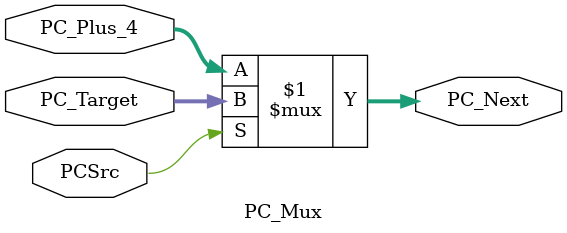
<source format=v>
`timescale 1ns / 1ps
/*
 * Source code for RISC-V Architecture, ECE 224A - VLSI PROJECT DESIGN - UCSB Fall 2024
 * Developed by Team 10 - Parth Kulkarni, Jash Shah, Oindrila Chatterjee
 */

// This decides if we need to implement the jump operation or normal +4 in PC counter
module PC_Mux (
	       input wire [31:0]  PC_Plus_4,PC_Target,
	       input wire 	  PCSrc,
	       output wire [31:0] PC_Next
	       );

   assign PC_Next = PCSrc ? PC_Target : PC_Plus_4;

endmodule

</source>
